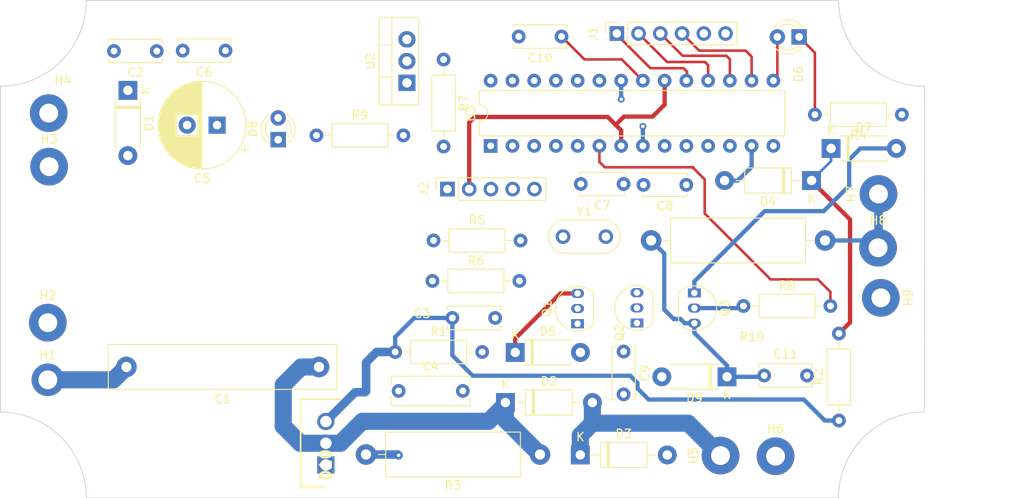
<source format=kicad_pcb>
(kicad_pcb (version 20211014) (generator pcbnew)
  (layers (0 "F.Cu" signal) (1 "In1.Cu" power) (2 "In2.Cu" power) (31 "B.Cu" signal) (34 "B.Paste" user) (35 "F.Paste" user) (36 "B.SilkS" user "B.Silkscreen") (37 "F.SilkS" user "F.Silkscreen") (38 "B.Mask" user) (39 "F.Mask" user) (44 "Edge.Cuts" user))
  (net 0 "")
  (net 1 "Net-(C1-Pad1)")
  (net 2 "Net-(C1-Pad2)")
  (net 3 "Net-(C2-Pad1)")
  (net 4 "Net-(C4-Pad1)")
  (net 5 "+5 Volt")
  (net 6 "Net-(C7-Pad2)")
  (net 7 "Net-(C8-Pad1)")
  (net 8 "Net-(C9-Pad1)")
  (net 9 "Net-(C10-Pad1)")
  (net 10 "Net-(C11-Pad1)")
  (net 11 "+12v")
  (net 12 "Souce_coil")
  (net 13 "SCR_gate")
  (net 14 "Net-(D4-Pad2)")
  (net 15 "Pickup_circuit")
  (net 16 "Net-(D6-Pad1)")
  (net 17 "Net-(D6-Pad2)")
  (net 18 "Net-(D7-Pad2)")
  (net 19 "Net-(D8-Pad1)")
  (net 20 "Net-(D9-Pad2)")
  (net 21 "Net-(H7-Pad1)")
  (net 22 "/SCK")
  (net 23 "/Miso")
  (net 24 "/Mosi")
  (net 25 "/Reset")
  (net 26 "/RX")
  (net 27 "/TX")
  (net 28 "Net-(Q3-Pad2)")
  (net 29 "Low speed trigger inhibit")
  (net 39 "Net-(J1-Pad4)")
  (net 40 "Net-(J1-Pad6)")
  (net 41 "GND")
  (net 42 "Net-(C3-Pad1)")
  (footprint "Capacitor_THT:C_Disc_D6.0mm_W2.5mm_P5.00mm" (layer "F.Cu") (at 150.7 121.75)
    (fp_text reference "C3" (at -3.525 -0.5) (layer "F.SilkS"))
    (fp_text value "100n")
    (pad "1" thru_hole circle (at 0 0) (size 1.6 1.6) (drill 0.8) (layers *.Cu *.Mask) (net 42 "Net-(C3-Pad1)"))
    (pad "2" thru_hole circle (at 5 0) (size 1.6 1.6) (drill 0.8) (layers *.Cu *.Mask) (net 41 "GND"))
  )
  (footprint "MountingHole:MountingHole_2.2mm_M2_Pad_TopBottom" (layer "F.Cu") (at 103.55 97.825)
    (fp_text reference "H4" (at 1.65 -3.8) (layer "F.SilkS"))
    (fp_text value "GND")
    (pad "1" connect circle (at 0 0) (size 4.4 4.4) (layers "F.Cu" "F.Mask") (net 41 "GND"))
    (pad "1" connect circle (at 0 0) (size 4.4 4.4) (layers "B.Cu" "B.Mask") (net 41 "GND"))
    (pad "1" thru_hole circle (at 0 0) (size 2.6 2.6) (drill 2.2) (layers *.Cu *.Mask) (net 41 "GND"))
  )
  (footprint "Package_TO_SOT_THT:TO-92_Inline" (layer "F.Cu") (at 165.325 121.925 90)
    (fp_text reference "Q1" (at 1.27 -3.56 90) (layer "F.SilkS"))
    (fp_text value "2N2222")
    (pad "1" thru_hole rect (at -0.5 0 90) (size 1.05 1.5) (drill 0.75) (layers *.Cu *.Mask) (net 41 "GND"))
    (pad "2" thru_hole oval (at 1.27 0 90) (size 1.05 1.5) (drill 0.75) (layers *.Cu *.Mask) (net 8 "Net-(C9-Pad1)"))
    (pad "3" thru_hole oval (at 3.04 0 90) (size 1.05 1.5) (drill 0.75) (layers *.Cu *.Mask) (net 15 "Pickup_circuit"))
  )
  (footprint "MountingHole:MountingHole_2.2mm_M2_ISO14580_Pad_TopBottom" (layer "F.Cu") (at 103.45 128.975)
    (fp_text reference "H1" (at 0 -2.9) (layer "F.SilkS"))
    (fp_text value "Coil + _Pad")
    (pad "1" connect circle (at 0 0) (size 3.8 3.8) (layers "F.Cu" "F.Mask") (net 2 "Net-(C1-Pad2)"))
    (pad "1" thru_hole circle (at 0 0) (size 2.6 2.6) (drill 2.2) (layers *.Cu *.Mask) (net 2 "Net-(C1-Pad2)"))
    (pad "1" connect circle (at 0 0) (size 3.8 3.8) (layers "B.Cu" "B.Mask") (net 2 "Net-(C1-Pad2)"))
  )
  (footprint "Diode_THT:D_DO-41_SOD81_P10.16mm_Horizontal" (layer "F.Cu") (at 156.895 131.625)
    (fp_text reference "D2" (at 5.08 -2.47) (layer "F.SilkS"))
    (fp_text value "1N4004")
    (fp_text user "K" (at 0 -2.1) (layer "F.SilkS"))
    (pad "1" thru_hole rect (at 0 0) (size 2.2 2.2) (drill 1.1) (layers *.Cu *.Mask) (net 1 "Net-(C1-Pad1)"))
    (pad "2" thru_hole oval (at 10.16 0) (size 2.2 2.2) (drill 1.1) (layers *.Cu *.Mask) (net 12 "Souce_coil"))
  )
  (footprint "Capacitor_THT:C_Disc_D6.0mm_W2.5mm_P5.00mm" (layer "F.Cu") (at 116.175 90.575 180)
    (fp_text reference "C2" (at 2.5 -2.5) (layer "F.SilkS"))
    (fp_text value "100n")
    (pad "1" thru_hole circle (at 0 0 180) (size 1.6 1.6) (drill 0.8) (layers *.Cu *.Mask) (net 3 "Net-(C2-Pad1)"))
    (pad "2" thru_hole circle (at 5 0 180) (size 1.6 1.6) (drill 0.8) (layers *.Cu *.Mask) (net 41 "GND"))
  )
  (footprint "Diode_THT:D_DO-41_SOD81_P10.16mm_Horizontal" (layer "F.Cu") (at 192.655 105.7 180)
    (fp_text reference "D4" (at 5.08 -2.47) (layer "F.SilkS"))
    (fp_text value "IN4004")
    (fp_text user "K" (at 0 -2.1) (layer "F.SilkS"))
    (pad "1" thru_hole rect (at 0 0 180) (size 2.2 2.2) (drill 1.1) (layers *.Cu *.Mask) (net 13 "SCR_gate"))
    (pad "2" thru_hole oval (at 10.16 0 180) (size 2.2 2.2) (drill 1.1) (layers *.Cu *.Mask) (net 14 "Net-(D4-Pad2)"))
  )
  (footprint "BT151-800R,127:TO254P470X1000X2000-3P" (layer "F.Cu") (at 135.925 138.925 90)
    (fp_text reference "D10" (at 0 0 90) (layer "F.SilkS") (effects (font (size 1.27 1.27) (thickness 0.254))))
    (fp_text value "BT151-800R,127" hide)
    (pad "1" thru_hole rect locked (at 0 0 90) (size 2.01 2.01) (drill 1.34) (layers *.Cu *.Mask) (net 41 "GND"))
    (pad "2" thru_hole circle locked (at 2.54 0 90) (size 2.01 2.01) (drill 1.34) (layers *.Cu *.Mask) (net 1 "Net-(C1-Pad1)"))
    (pad "3" thru_hole circle locked (at 5.08 0 90) (size 2.01 2.01) (drill 1.34) (layers *.Cu *.Mask) (net 42 "Net-(C3-Pad1)"))
  )
  (footprint "MountingHole:MountingHole_2.2mm_M2_Pad_TopBottom" (layer "F.Cu") (at 200.425 113.55)
    (fp_text reference "H8" (at 0 -3.2) (layer "F.SilkS"))
    (fp_text value "Pickup Coil +")
    (pad "1" connect circle (at 0 0) (size 4.4 4.4) (layers "B.Cu" "B.Mask") (net 21 "Net-(H7-Pad1)"))
    (pad "1" connect circle (at 0 0) (size 4.4 4.4) (layers "F.Cu" "F.Mask") (net 21 "Net-(H7-Pad1)"))
    (pad "1" thru_hole circle (at 0 0) (size 2.6 2.6) (drill 2.2) (layers *.Cu *.Mask) (net 21 "Net-(H7-Pad1)"))
  )
  (footprint "Capacitor_THT:CP_Radial_D10.0mm_P3.50mm" (layer "F.Cu") (at 123.217677 99.225 180)
    (fp_text reference "C5" (at 1.75 -6.25 180) (layer "F.SilkS"))
    (fp_text value "220uF")
    (pad "1" thru_hole rect (at 0 0 180) (size 2 2) (drill 1) (layers *.Cu *.Mask) (net 5 "+5 Volt"))
    (pad "2" thru_hole circle (at 3.5 0 180) (size 2 2) (drill 1) (layers *.Cu *.Mask) (net 41 "GND"))
  )
  (footprint "Capacitor_THT:C_Disc_D5.0mm_W2.5mm_P5.00mm" (layer "F.Cu") (at 178.025 106.2 180)
    (fp_text reference "C8" (at 2.5 -2.5) (layer "F.SilkS"))
    (fp_text value "22pF")
    (pad "1" thru_hole circle (at 0 0 180) (size 1.6 1.6) (drill 0.8) (layers *.Cu *.Mask) (net 7 "Net-(C8-Pad1)"))
    (pad "2" thru_hole circle (at 5 0 180) (size 1.6 1.6) (drill 0.8) (layers *.Cu *.Mask) (net 41 "GND"))
  )
  (footprint "Diode_THT:D_DO-41_SOD81_P7.62mm_Horizontal" (layer "F.Cu") (at 194.94 101.95)
    (fp_text reference "D7" (at 3.81 -2.47) (layer "F.SilkS"))
    (fp_text value "IN4004")
    (fp_text user "K" (at 0 -2.1) (layer "F.SilkS"))
    (pad "1" thru_hole rect (at 0 0) (size 2.2 2.2) (drill 1.1) (layers *.Cu *.Mask) (net 13 "SCR_gate"))
    (pad "2" thru_hole oval (at 7.62 0) (size 2.2 2.2) (drill 1.1) (layers *.Cu *.Mask) (net 18 "Net-(D7-Pad2)"))
  )
  (footprint "Capacitor_THT:C_Disc_D6.0mm_W2.5mm_P5.00mm" (layer "F.Cu") (at 124.2 90.525 180)
    (fp_text reference "C6" (at 2.5 -2.5 180) (layer "F.SilkS"))
    (fp_text value "100n")
    (pad "1" thru_hole circle (at 0 0 180) (size 1.6 1.6) (drill 0.8) (layers *.Cu *.Mask) (net 5 "+5 Volt"))
    (pad "2" thru_hole circle (at 5 0 180) (size 1.6 1.6) (drill 0.8) (layers *.Cu *.Mask) (net 41 "GND"))
  )
  (footprint "MountingHole:MountingHole_2.2mm_M2_Pad_TopBottom" (layer "F.Cu") (at 188.45 137.9)
    (fp_text reference "H6" (at 0 -3.2) (layer "F.SilkS"))
    (fp_text value "Source Coil -")
    (pad "1" connect circle (at 0 0) (size 4.4 4.4) (layers "B.Cu" "B.Mask") (net 41 "GND"))
    (pad "1" thru_hole circle (at 0 0) (size 2.6 2.6) (drill 2.2) (layers *.Cu *.Mask) (net 41 "GND"))
    (pad "1" connect circle (at 0 0) (size 4.4 4.4) (layers "F.Cu" "F.Mask") (net 41 "GND"))
  )
  (footprint "Connector_PinSocket_2.54mm:PinSocket_1x06_P2.54mm_Vertical" (layer "F.Cu") (at 169.91 88.525 90)
    (fp_text reference "J1" (at 0 -2.77 90) (layer "F.SilkS"))
    (fp_text value "Conn_01x06_Female")
    (pad "1" thru_hole rect (at 0 0 90) (size 1.7 1.7) (drill 1) (layers *.Cu *.Mask) (net 22 "/SCK"))
    (pad "2" thru_hole oval (at 0 2.54 90) (size 1.7 1.7) (drill 1) (layers *.Cu *.Mask) (net 23 "/Miso"))
    (pad "3" thru_hole oval (at 0 5.08 90) (size 1.7 1.7) (drill 1) (layers *.Cu *.Mask) (net 24 "/Mosi"))
    (pad "4" thru_hole oval (at 0 7.62 90) (size 1.7 1.7) (drill 1) (layers *.Cu *.Mask) (net 39 "Net-(J1-Pad4)"))
    (pad "5" thru_hole oval (at 0 10.16 90) (size 1.7 1.7) (drill 1) (layers *.Cu *.Mask) (net 25 "/Reset"))
    (pad "6" thru_hole oval (at 0 12.7 90) (size 1.7 1.7) (drill 1) (layers *.Cu *.Mask) (net 40 "Net-(J1-Pad6)"))
  )
  (footprint "Package_DIP:DIP-28_W7.62mm" (layer "F.Cu") (at 155.175 101.65 90)
    (fp_text reference "U3" (at 3.81 -2.33 90) (layer "F.SilkS"))
    (fp_text value "ATmega328P-P")
    (pad "1" thru_hole rect (at 0 0 90) (size 1.6 1.6) (drill 0.8) (layers *.Cu *.Mask) (net 25 "/Reset"))
    (pad "2" thru_hole oval (at 0 2.54 90) (size 1.6 1.6) (drill 0.8) (layers *.Cu *.Mask) (net 26 "/RX"))
    (pad "3" thru_hole oval (at 0 5.08 90) (size 1.6 1.6) (drill 0.8) (layers *.Cu *.Mask) (net 27 "/TX"))
    (pad "4" thru_hole oval (at 0 7.62 90) (size 1.6 1.6) (drill 0.8) (layers *.Cu *.Mask) (net 15 "Pickup_circuit"))
    (pad "5" thru_hole oval (at 0 10.16 90) (size 1.6 1.6) (drill 0.8) (layers *.Cu *.Mask) (net 40 "Net-(J1-Pad6)"))
    (pad "6" thru_hole oval (at 0 12.7 90) (size 1.6 1.6) (drill 0.8) (layers *.Cu *.Mask) (net 29 "Low speed trigger inhibit"))
    (pad "7" thru_hole oval (at 0 15.24 90) (size 1.6 1.6) (drill 0.8) (layers *.Cu *.Mask) (net 5 "+5 Volt"))
    (pad "8" thru_hole oval (at 0 17.78 90) (size 1.6 1.6) (drill 0.8) (layers *.Cu *.Mask) (net 41 "GND"))
    (pad "9" thru_hole oval (at 0 20.32 90) (size 1.6 1.6) (drill 0.8) (layers *.Cu *.Mask) (net 6 "Net-(C7-Pad2)"))
    (pad "10" thru_hole oval (at 0 22.86 90) (size 1.6 1.6) (drill 0.8) (layers *.Cu *.Mask) (net 7 "Net-(C8-Pad1)"))
    (pad "11" thru_hole oval (at 0 25.4 90) (size 1.6 1.6) (drill 0.8) (layers *.Cu *.Mask))
    (pad "12" thru_hole oval (at 0 27.94 90) (size 1.6 1.6) (drill 0.8) (layers *.Cu *.Mask))
    (pad "13" thru_hole oval (at 0 30.48 90) (size 1.6 1.6) (drill 0.8) (layers *.Cu *.Mask) (net 14 "Net-(D4-Pad2)"))
    (pad "14" thru_hole oval (at 0 33.02 90) (size 1.6 1.6) (drill 0.8) (layers *.Cu *.Mask))
    (pad "15" thru_hole oval (at 7.62 33.02 90) (size 1.6 1.6) (drill 0.8) (layers *.Cu *.Mask) (net 17 "Net-(D6-Pad2)"))
    (pad "16" thru_hole oval (at 7.62 30.48 90) (size 1.6 1.6) (drill 0.8) (layers *.Cu *.Mask) (net 39 "Net-(J1-Pad4)"))
    (pad "17" thru_hole oval (at 7.62 27.94 90) (size 1.6 1.6) (drill 0.8) (layers *.Cu *.Mask) (net 24 "/Mosi"))
    (pad "18" thru_hole oval (at 7.62 25.4 90) (size 1.6 1.6) (drill 0.8) (layers *.Cu *.Mask) (net 23 "/Miso"))
    (pad "19" thru_hole oval (at 7.62 22.86 90) (size 1.6 1.6) (drill 0.8) (layers *.Cu *.Mask) (net 22 "/SCK"))
    (pad "20" thru_hole oval (at 7.62 20.32 90) (size 1.6 1.6) (drill 0.8) (layers *.Cu *.Mask) (net 5 "+5 Volt"))
    (pad "21" thru_hole oval (at 7.62 17.78 90) (size 1.6 1.6) (drill 0.8) (layers *.Cu *.Mask) (net 9 "Net-(C10-Pad1)"))
    (pad "22" thru_hole oval (at 7.62 15.24 90) (size 1.6 1.6) (drill 0.8) (layers *.Cu *.Mask) (net 41 "GND"))
    (pad "23" thru_hole oval (at 7.62 12.7 90) (size 1.6 1.6) (drill 0.8) (layers *.Cu *.Mask))
    (pad "24" thru_hole oval (at 7.62 10.16 90) (size 1.6 1.6) (drill 0.8) (layers *.Cu *.Mask))
    (pad "25" thru_hole oval (at 7.62 7.62 90) (size 1.6 1.6) (drill 0.8) (layers *.Cu *.Mask))
    (pad "26" thru_hole oval (at 7.62 5.08 90) (size 1.6 1.6) (drill 0.8) (layers *.Cu *.Mask))
    (pad "27" thru_hole oval (at 7.62 2.54 90) (size 1.6 1.6) (drill 0.8) (layers *.Cu *.Mask))
    (pad "28" thru_hole oval (at 7.62 0 90) (size 1.6 1.6) (drill 0.8) (layers *.Cu *.Mask))
  )
  (footprint "MountingHole:MountingHole_2.2mm_M2_Pad_TopBottom" (layer "F.Cu") (at 103.6 104.075)
    (fp_text reference "H3" (at 0 -3.2) (layer "F.SilkS"))
    (fp_text value "+12 v")
    (pad "1" thru_hole circle (at 0 0) (size 2.6 2.6) (drill 2.2) (layers *.Cu *.Mask) (net 11 "+12v"))
    (pad "1" connect circle (at 0 0) (size 4.4 4.4) (layers "F.Cu" "F.Mask") (net 11 "+12v"))
    (pad "1" connect circle (at 0 0) (size 4.4 4.4) (layers "B.Cu" "B.Mask") (net 11 "+12v"))
  )
  (footprint "Diode_THT:D_DO-41_SOD81_P7.62mm_Horizontal" (layer "F.Cu") (at 112.8 95.165 -90)
    (fp_text reference "D1" (at 3.81 -2.47 90) (layer "F.SilkS"))
    (fp_text value "IN4004")
    (fp_text user "K" (at 0 -2.1 90) (layer "F.SilkS"))
    (pad "1" thru_hole rect (at 0 0 270) (size 2.2 2.2) (drill 1.1) (layers *.Cu *.Mask) (net 3 "Net-(C2-Pad1)"))
    (pad "2" thru_hole oval (at 7.62 0 270) (size 2.2 2.2) (drill 1.1) (layers *.Cu *.Mask) (net 11 "+12v"))
  )
  (footprint "Package_TO_SOT_THT:TO-92_Inline" (layer "F.Cu") (at 178.965 119.33 -90)
    (fp_text reference "Q3" (at 1.27 -3.56 90) (layer "F.SilkS"))
    (fp_text value "BC327")
    (pad "1" thru_hole rect (at -0.5 0 270) (size 1.05 1.5) (drill 0.75) (layers *.Cu *.Mask) (net 18 "Net-(D7-Pad2)"))
    (pad "2" thru_hole oval (at 1.27 0 270) (size 1.05 1.5) (drill 0.75) (layers *.Cu *.Mask) (net 28 "Net-(Q3-Pad2)"))
    (pad "3" thru_hole oval (at 3.04 0 270) (size 1.05 1.5) (drill 0.75) (layers *.Cu *.Mask) (net 10 "Net-(C11-Pad1)"))
  )
  (footprint "Capacitor_THT:C_Disc_D6.0mm_W2.5mm_P5.00mm" (layer "F.Cu") (at 163.45 88.875 180)
    (fp_text reference "C10" (at 2.5 -2.5) (layer "F.SilkS"))
    (fp_text value "0.1uF")
    (pad "1" thru_hole circle (at 0 0 180) (size 1.6 1.6) (drill 0.8) (layers *.Cu *.Mask) (net 9 "Net-(C10-Pad1)"))
    (pad "2" thru_hole circle (at 5 0 180) (size 1.6 1.6) (drill 0.8) (layers *.Cu *.Mask) (net 41 "GND"))
  )
  (footprint "Connector_PinSocket_2.54mm:PinSocket_1x05_P2.54mm_Vertical" (layer "F.Cu") (at 150.125 106.7 90)
    (fp_text reference "J2" (at 0 -2.77 90) (layer "F.SilkS"))
    (fp_text value "Conn_01x05_Female")
    (pad "1" thru_hole rect (at 0 0 90) (size 1.7 1.7) (drill 1) (layers *.Cu *.Mask) (net 41 "GND"))
    (pad "2" thru_hole oval (at 0 2.54 90) (size 1.7 1.7) (drill 1) (layers *.Cu *.Mask) (net 5 "+5 Volt"))
    (pad "3" thru_hole oval (at 0 5.08 90) (size 1.7 1.7) (drill 1) (layers *.Cu *.Mask) (net 25 "/Reset"))
    (pad "4" thru_hole oval (at 0 7.62 90) (size 1.7 1.7) (drill 1) (layers *.Cu *.Mask) (net 26 "/RX"))
    (pad "5" thru_hole oval (at 0 10.16 90) (size 1.7 1.7) (drill 1) (layers *.Cu *.Mask) (net 27 "/TX"))
  )
  (footprint "MountingHole:MountingHole_2.2mm_M2_Pad_TopBottom" (layer "F.Cu") (at 200.475 107.275 90)
    (fp_text reference "H7" (at 0 -3.2 90) (layer "F.SilkS"))
    (fp_text value "Kill Switch")
    (pad "1" connect circle (at 0 0 90) (size 4.4 4.4) (layers "F.Cu" "F.Mask") (net 21 "Net-(H7-Pad1)"))
    (pad "1" connect circle (at 0 0 90) (size 4.4 4.4) (layers "B.Cu" "B.Mask") (net 21 "Net-(H7-Pad1)"))
    (pad "1" thru_hole circle (at 0 0 90) (size 2.6 2.6) (drill 2.2) (layers *.Cu *.Mask) (net 21 "Net-(H7-Pad1)"))
  )
  (footprint "Resistor_THT:R_Axial_DIN0207_L6.3mm_D2.5mm_P10.16mm_Horizontal" (layer "F.Cu") (at 203.205 98 180)
    (fp_text reference "R4" (at 5.08 -2.37) (layer "F.SilkS"))
    (fp_text value "330")
    (pad "1" thru_hole circle (at 0 0 180) (size 1.6 1.6) (drill 0.8) (layers *.Cu *.Mask) (net 41 "GND"))
    (pad "2" thru_hole oval (at 10.16 0 180) (size 1.6 1.6) (drill 0.8) (layers *.Cu *.Mask) (net 16 "Net-(D6-Pad1)"))
  )
  (footprint "Diode_THT:D_DO-41_SOD81_P7.62mm_Horizontal" (layer "F.Cu") (at 182.785 128.625 180)
    (fp_text reference "D9" (at 3.81 -2.47) (layer "F.SilkS"))
    (fp_text value "IN4004")
    (fp_text user "K" (at 0 -2.1) (layer "F.SilkS"))
    (pad "1" thru_hole rect (at 0 0 180) (size 2.2 2.2) (drill 1.1) (layers *.Cu *.Mask) (net 10 "Net-(C11-Pad1)"))
    (pad "2" thru_hole oval (at 7.62 0 180) (size 2.2 2.2) (drill 1.1) (layers *.Cu *.Mask) (net 20 "Net-(D9-Pad2)"))
  )
  (footprint "Resistor_THT:R_Axial_DIN0207_L6.3mm_D2.5mm_P10.16mm_Horizontal" (layer "F.Cu") (at 195.85 133.73 90)
    (fp_text reference "R2" (at 5.08 -2.37 90) (layer "F.SilkS"))
    (fp_text value "120")
    (pad "1" thru_hole circle (at 0 0 90) (size 1.6 1.6) (drill 0.8) (layers *.Cu *.Mask) (net 42 "Net-(C3-Pad1)"))
    (pad "2" thru_hole oval (at 10.16 0 90) (size 1.6 1.6) (drill 0.8) (layers *.Cu *.Mask) (net 13 "SCR_gate"))
  )
  (footprint "MountingHole:MountingHole_2.2mm_M2_Pad_TopBottom" (layer "F.Cu") (at 200.75 119.4 -90)
    (fp_text reference "H9" (at 0 -3.2 90) (layer "F.SilkS"))
    (fp_text value "Pickup Coil -")
    (pad "1" connect circle (at 0 0 270) (size 4.4 4.4) (layers "F.Cu" "F.Mask") (net 41 "GND"))
    (pad "1" thru_hole circle (at 0 0 270) (size 2.6 2.6) (drill 2.2) (layers *.Cu *.Mask) (net 41 "GND"))
    (pad "1" connect circle (at 0 0 270) (size 4.4 4.4) (layers "B.Cu" "B.Mask") (net 41 "GND"))
  )
  (footprint "Package_TO_SOT_THT:TO-220-3_Vertical" (layer "F.Cu") (at 145.395 94.29 90)
    (fp_text reference "U2" (at 2.54 -4.27 90) (layer "F.SilkS"))
    (fp_text value "LM7805_TO220")
    (pad "1" thru_hole rect (at 0 0 90) (size 1.905 2) (drill 1.1) (layers *.Cu *.Mask) (net 3 "Net-(C2-Pad1)"))
    (pad "2" thru_hole oval (at 2.54 0 90) (size 1.905 2) (drill 1.1) (layers *.Cu *.Mask) (net 41 "GND"))
    (pad "3" thru_hole oval (at 5.08 0 90) (size 1.905 2) (drill 1.1) (layers *.Cu *.Mask) (net 5 "+5 Volt"))
  )
  (footprint "Resistor_THT:R_Axial_DIN0207_L6.3mm_D2.5mm_P10.16mm_Horizontal" (layer "F.Cu") (at 144.02 125.725)
    (fp_text reference "R1" (at 5.08 -2.37) (layer "F.SilkS"))
    (fp_text value "1k")
    (pad "1" thru_hole circle (at 0 0) (size 1.6 1.6) (drill 0.8) (layers *.Cu *.Mask) (net 42 "Net-(C3-Pad1)"))
    (pad "2" thru_hole oval (at 10.16 0) (size 1.6 1.6) (drill 0.8) (layers *.Cu *.Mask) (net 41 "GND"))
  )
  (footprint "Capacitor_THT:C_Disc_D6.0mm_W2.5mm_P5.00mm" (layer "F.Cu") (at 187.125 128.475)
    (fp_text reference "C11" (at 2.5 -2.5) (layer "F.SilkS"))
    (fp_text value "100n")
    (pad "1" thru_hole circle (at 0 0) (size 1.6 1.6) (drill 0.8) (layers *.Cu *.Mask) (net 10 "Net-(C11-Pad1)"))
    (pad "2" thru_hole circle (at 5 0) (size 1.6 1.6) (drill 0.8) (layers *.Cu *.Mask) (net 41 "GND"))
  )
  (footprint "Resistor_THT:R_Axial_DIN0207_L6.3mm_D2.5mm_P10.16mm_Horizontal" (layer "F.Cu") (at 148.37 117.425)
    (fp_text reference "R6" (at 5.08 -2.37) (layer "F.SilkS"))
    (fp_text value "10k")
    (pad "1" thru_hole circle (at 0 0) (size 1.6 1.6) (drill 0.8) (layers *.Cu *.Mask) (net 5 "+5 Volt"))
    (pad "2" thru_hole oval (at 10.16 0) (size 1.6 1.6) (drill 0.8) (layers *.Cu *.Mask) (net 8 "Net-(C9-Pad1)"))
  )
  (footprint "Capacitor_THT:C_Disc_D6.0mm_W2.5mm_P5.00mm" (layer "F.Cu") (at 170.7 125.675 -90)
    (fp_text reference "C9" (at 2.5 -2.5 90) (layer "F.SilkS"))
    (fp_text value "10n")
    (pad "1" thru_hole circle (at 0 0 270) (size 1.6 1.6) (drill 0.8) (layers *.Cu *.Mask) (net 8 "Net-(C9-Pad1)"))
    (pad "2" thru_hole circle (at 5 0 270) (size 1.6 1.6) (drill 0.8) (layers *.Cu *.Mask) (net 41 "GND"))
  )
  (footprint "Capacitor_THT:C_Rect_L9.0mm_W3.2mm_P7.50mm_MKT" (layer "F.Cu") (at 144.425 130.275)
    (fp_text reference "C4" (at 3.75 -2.85) (layer "F.SilkS"))
    (fp_text value "33n/200v")
    (pad "1" thru_hole circle (at 0 0) (size 1.6 1.6) (drill 0.8) (layers *.Cu *.Mask) (net 4 "Net-(C4-Pad1)"))
    (pad "2" thru_hole circle (at 7.5 0) (size 1.6 1.6) (drill 0.8) (layers *.Cu *.Mask) (net 41 "GND"))
  )
  (footprint "Crystal:Resonator-2Pin_W8.0mm_H3.5mm" (layer "F.Cu") (at 163.625 112.25)
    (fp_text reference "Y1" (at 2.5 -2.95) (layer "F.SilkS"))
    (fp_text value "HC49S-16-30-50-70-30-ATF")
    (pad "1" thru_hole circle (at 0 0) (size 1.7 1.7) (drill 1) (layers *.Cu *.Mask) (net 6 "Net-(C7-Pad2)"))
    (pad "2" thru_hole circle (at 5 0) (size 1.7 1.7) (drill 1) (layers *.Cu *.Mask) (net 7 "Net-(C8-Pad1)"))
  )
  (footprint "Diode_THT:D_DO-41_SOD81_P7.62mm_Horizontal" (layer "F.Cu") (at 158.04 125.775)
    (fp_text reference "D5" (at 3.81 -2.47) (layer "F.SilkS"))
    (fp_text value "Zenner 3.6V")
    (fp_text user "K" (at 0 -2.1) (layer "F.SilkS"))
    (pad "1" thru_hole rect (at 0 0) (size 2.2 2.2) (drill 1.1) (layers *.Cu *.Mask) (net 15 "Pickup_circuit"))
    (pad "2" thru_hole oval (at 7.62 0) (size 2.2 2.2) (drill 1.1) (layers *.Cu *.Mask) (net 41 "GND"))
  )
  (footprint "Resistor_THT:R_Axial_DIN0516_L15.5mm_D5.0mm_P20.32mm_Horizontal" (layer "F.Cu") (at 160.935 137.7 180)
    (fp_text reference "R3" (at 10.16 -3.62) (layer "F.SilkS"))
    (fp_text value "27 1 watt")
    (pad "1" thru_hole circle (at 0 0 180) (size 2.4 2.4) (drill 1.2) (layers *.Cu *.Mask) (net 1 "Net-(C1-Pad1)"))
    (pad "2" thru_hole oval (at 20.32 0 180) (size 2.4 2.4) (drill 1.2) (layers *.Cu *.Mask) (net 4 "Net-(C4-Pad1)"))
  )
  (footprint "Resistor_THT:R_Axial_DIN0516_L15.5mm_D5.0mm_P20.32mm_Horizontal" (layer "F.Cu") (at 194.235 112.7 180)
    (fp_text reference "R10" (at 8.535 -11.27) (layer "F.SilkS"))
    (fp_text value "560 2 watt")
    (pad "1" thru_hole circle (at 0 0 180) (size 2.4 2.4) (drill 1.2) (layers *.Cu *.Mask) (net 21 "Net-(H7-Pad1)"))
    (pad "2" thru_hole oval (at 20.32 0 180) (size 2.4 2.4) (drill 1.2) (layers *.Cu *.Mask) (net 10 "Net-(C11-Pad1)"))
  )
  (footprint "MountingHole:MountingHole_2.2mm_M2_Pad_TopBottom" (layer "F.Cu") (at 182.025 137.825 90)
    (fp_text reference "H5" (at 0 -3.2 90) (layer "F.SilkS"))
    (fp_text value "Source Coil +")
    (pad "1" thru_hole circle (at 0 0 90) (size 2.6 2.6) (drill 2.2) (layers *.Cu *.Mask) (net 12 "Souce_coil"))
    (pad "1" connect circle (at 0 0 90) (size 4.4 4.4) (layers "F.Cu" "F.Mask") (net 12 "Souce_coil"))
    (pad "1" connect circle (at 0 0 90) (size 4.4 4.4) (layers "B.Cu" "B.Mask") (net 12 "Souce_coil"))
  )
  (footprint "Package_TO_SOT_THT:TO-92_Inline" (layer "F.Cu") (at 172.26 121.845 90)
    (fp_text reference "Q2" (at -1.61 -2.02 90) (layer "F.SilkS"))
    (fp_text value "2N2222")
    (pad "1" thru_hole rect (at -0.5 0 90) (size 1.05 1.5) (drill 0.75) (layers *.Cu *.Mask) (net 20 "Net-(D9-Pad2)"))
    (pad "2" thru_hole oval (at 1.27 0 90) (size 1.05 1.5) (drill 0.75) (layers *.Cu *.Mask) (net 41 "GND"))
    (pad "3" thru_hole oval (at 3.05 0 90) (size 1.05 1.5) (drill 0.75) (layers *.Cu *.Mask) (net 8 "Net-(C9-Pad1)"))
  )
  (footprint "Diode_THT:D_DO-41_SOD81_P10.16mm_Horizontal" (layer "F.Cu") (at 165.645 137.75)
    (fp_text reference "D3" (at 5.08 -2.47) (layer "F.SilkS"))
    (fp_text value "1N4004")
    (fp_text user "K" (at 0 -2.1) (layer "F.SilkS"))
    (pad "1" thru_hole rect (at 0 0) (size 2.2 2.2) (drill 1.1) (layers *.Cu *.Mask) (net 12 "Souce_coil"))
    (pad "2" thru_hole oval (at 10.16 0) (size 2.2 2.2) (drill 1.1) (layers *.Cu *.Mask) (net 41 "GND"))
  )
  (footprint "Resistor_THT:R_Axial_DIN0207_L6.3mm_D2.5mm_P10.16mm_Horizontal" (layer "F.Cu") (at 134.82 100.425)
    (fp_text reference "R9" (at 5.08 -2.37) (layer "F.SilkS"))
    (fp_text value "330")
    (pad "1" thru_hole circle (at 0 0) (size 1.6 1.6) (drill 0.8) (layers *.Cu *.Mask) (net 19 "Net-(D8-Pad1)"))
    (pad "2" thru_hole oval (at 10.16 0) (size 1.6 1.6) (drill 0.8) (layers *.Cu *.Mask) (net 41 "GND"))
  )
  (footprint "Resistor_THT:R_Axial_DIN0207_L6.3mm_D2.5mm_P10.16mm_Horizontal" (layer "F.Cu") (at 148.5 112.7)
    (fp_text reference "R5" (at 5.08 -2.37) (layer "F.SilkS"))
    (fp_text value "10k")
    (pad "1" thru_hole circle (at 0 0) (size 1.6 1.6) (drill 0.8) (layers *.Cu *.Mask) (net 5 "+5 Volt"))
    (pad "2" thru_hole oval (at 10.16 0) (size 1.6 1.6) (drill 0.8) (layers *.Cu *.Mask) (net 15 "Pickup_circuit"))
  )
  (footprint "MountingHole:MountingHole_2.2mm_M2_Pad_TopBottom" (layer "F.Cu") (at 103.45 122.3)
    (fp_text reference "H2" (at 0 -3.2) (layer "F.SilkS"))
    (fp_text value "Coil Ground")
    (pad "1" connect circle (at 0 0) (size 4.4 4.4) (layers "B.Cu" "B.Mask") (net 41 "GND"))
    (pad "1" connect circle (at 0 0) (size 4.4 4.4) (layers "F.Cu" "F.Mask") (net 41 "GND"))
    (pad "1" thru_hole circle (at 0 0) (size 2.6 2.6) (drill 2.2) (layers *.Cu *.Mask) (net 41 "GND"))
  )
  (footprint "Resistor_THT:R_Axial_DIN0207_L6.3mm_D2.5mm_P10.16mm_Horizontal" (layer "F.Cu") (at 149.675 91.57 -90)
    (fp_text reference "R7" (at 5.08 -2.37 90) (layer "F.SilkS"))
    (fp_text value "10K")
    (pad "1" thru_hole circle (at 0 0 270) (size 1.6 1.6) (drill 0.8) (layers *.Cu *.Mask) (net 5 "+5 Volt"))
    (pad "2" thru_hole oval (at 10.16 0 270) (size 1.6 1.6) (drill 0.8) (layers *.Cu *.Mask) (net 25 "/Reset"))
  )
  (footprint "LED_THT:LED_D3.0mm" (layer "F.Cu") (at 191.2 88.925 180)
    (fp_text reference "D6" (at 0.07 -4.34 90) (layer "F.SilkS"))
    (fp_text value "LED")
    (pad "1" thru_hole rect (at 0 0 180) (size 1.8 1.8) (drill 0.9) (layers *.Cu *.Mask) (net 16 "Net-(D6-Pad1)"))
    (pad "2" thru_hole circle (at 2.54 0 180) (size 1.8 1.8) (drill 0.9) (layers *.Cu *.Mask) (net 17 "Net-(D6-Pad2)"))
  )
  (footprint "Resistor_THT:R_Axial_DIN0207_L6.3mm_D2.5mm_P10.16mm_Horizontal" (layer "F.Cu") (at 184.7 120.35)
    (fp_text reference "R8" (at 5.08 -2.37) (layer "F.SilkS"))
    (fp_text value "10k")
    (pad "1" thru_hole circle (at 0 0) (size 1.6 1.6) (drill 0.8) (layers *.Cu *.Mask) (net 28 "Net-(Q3-Pad2)"))
    (pad "2" thru_hole oval (at 10.16 0) (size 1.6 1.6) (drill 0.8) (layers *.Cu *.Mask) (net 29 "Low speed trigger inhibit"))
  )
  (footprint "Capacitor_THT:C_Rect_L26.5mm_W5.0mm_P22.50mm_MKS4" (layer "F.Cu") (at 135.125 127.475 180)
    (fp_text reference "C1" (at 11.25 -3.75) (layer "F.SilkS"))
    (fp_text value "1.5u/400v")
    (pad "1" thru_hole circle (at 0 0 180) (size 2.4 2.4) (drill 1.2) (layers *.Cu *.Mask) (net 1 "Net-(C1-Pad1)"))
    (pad "2" thru_hole circle (at 22.5 0 180) (size 2.4 2.4) (drill 1.2) (layers *.Cu *.Mask) (net 2 "Net-(C1-Pad2)"))
  )
  (footprint "LED_THT:LED_D3.0mm" (layer "F.Cu") (at 130.35 100.925 90)
    (fp_text reference "D8" (at 1.27 -2.96 90) (layer "F.SilkS"))
    (fp_text value "LED")
    (pad "1" thru_hole rect (at 0 0 90) (size 1.8 1.8) (drill 0.9) (layers *.Cu *.Mask) (net 19 "Net-(D8-Pad1)"))
    (pad "2" thru_hole circle (at 2.54 0 90) (size 1.8 1.8) (drill 0.9) (layers *.Cu *.Mask) (net 5 "+5 Volt"))
  )
  (footprint "Capacitor_THT:C_Disc_D5.0mm_W2.5mm_P5.00mm" (layer "F.Cu") (at 170.7 106.1 180)
    (fp_text reference "C7" (at 2.5 -2.5) (layer "F.SilkS"))
    (fp_text value "22pF")
    (pad "1" thru_hole circle (at 0 0 180) (size 1.6 1.6) (drill 0.8) (layers *.Cu *.Mask) (net 41 "GND"))
    (pad "2" thru_hole circle (at 5 0 180) (size 1.6 1.6) (drill 0.8) (layers *.Cu *.Mask) (net 6 "Net-(C7-Pad2)"))
  )
  (gr_arc (start 205.836255 94.686255) (mid 198.74751 91.75) (end 195.811255 84.661255) (layer "Edge.Cuts") (width 0.1))
  (gr_line (start 205.836255 94.686255) (end 205.825 132.75) (layer "Edge.Cuts") (width 0.1))
  (gr_arc (start 195.8 142.775) (mid 198.736255 135.686255) (end 205.825 132.75) (layer "Edge.Cuts") (width 0.1))
  (gr_line (start 195.8 142.775) (end 107.936255 142.775) (layer "Edge.Cuts") (width 0.1))
  (gr_arc (start 107.936255 84.661255) (mid 105 91.75) (end 97.911255 94.686255) (layer "Edge.Cuts") (width 0.1))
  (gr_line (start 97.911255 132.75) (end 97.911255 94.686255) (layer "Edge.Cuts") (width 0.1))
  (gr_line (start 107.936255 84.661255) (end 195.811255 84.661255) (layer "Edge.Cuts") (width 0.1))
  (gr_arc (start 97.911255 132.75) (mid 105 135.686255) (end 107.936255 142.775) (layer "Edge.Cuts") (width 0.1))
  (segment (start 156.895 131.625) (end 156.895 133.66) (width 2) (layer "B.Cu") (net 1))
  (segment (start 130.95 129.575) (end 133.05 127.475) (width 2) (layer "B.Cu") (net 1))
  (segment (start 140.175 133.825) (end 154.925 133.825) (width 2) (layer "B.Cu") (net 1))
  (segment (start 156.895 131.855) (end 156.895 131.625) (width 1) (layer "B.Cu") (net 1))
  (segment (start 130.95 134.4) (end 130.95 129.575) (width 2) (layer "B.Cu") (net 1))
  (segment (start 135.925 136.385) (end 137.615 136.385) (width 2) (layer "B.Cu") (net 1))
  (segment (start 135.925 136.385) (end 132.935 136.385) (width 2) (layer "B.Cu") (net 1))
  (segment (start 137.615 136.385) (end 140.175 133.825) (width 2) (layer "B.Cu") (net 1))
  (segment (start 133.05 127.475) (end 135.125 127.475) (width 2) (layer "B.Cu") (net 1))
  (segment (start 156.895 133.66) (end 160.935 137.7) (width 2) (layer "B.Cu") (net 1))
  (segment (start 154.925 133.825) (end 156.895 131.855) (width 2) (layer "B.Cu") (net 1))
  (segment (start 132.935 136.385) (end 130.95 134.4) (width 2) (layer "B.Cu") (net 1))
  (segment (start 103.45 128.975) (end 111.125 128.975) (width 2) (layer "B.Cu") (net 2))
  (segment (start 111.125 128.975) (end 112.625 127.475) (width 2) (layer "B.Cu") (net 2))
  (via (at 144.425 137.8) (size 0.8) (drill 0.4) (layers "F.Cu" "B.Cu") (net 4))
  (segment (start 144.325 137.7) (end 144.425 137.8) (width 1) (layer "B.Cu") (net 4))
  (segment (start 140.615 137.7) (end 144.325 137.7) (width 1) (layer "B.Cu") (net 4))
  (segment (start 169.775 99.2) (end 170.744511 98.230489) (width 0.5) (layer "F.Cu") (net 5))
  (segment (start 170.415 99.84) (end 170.415 101.65) (width 0.5) (layer "F.Cu") (net 5))
  (segment (start 168.85 98.275) (end 169.775 99.2) (width 0.5) (layer "F.Cu") (net 5))
  (segment (start 169.775 99.2) (end 170.415 99.84) (width 0.5) (layer "F.Cu") (net 5))
  (segment (start 152.665 98.91) (end 153.3 98.275) (width 0.5) (layer "F.Cu") (net 5))
  (segment (start 175.495 96.83) (end 175.495 94.03) (width 0.5) (layer "F.Cu") (net 5))
  (segment (start 174.094511 98.230489) (end 175.495 96.83) (width 0.5) (layer "F.Cu") (net 5))
  (segment (start 152.665 106.7) (end 152.665 98.91) (width 0.5) (layer "F.Cu") (net 5))
  (segment (start 153.3 98.275) (end 168.85 98.275) (width 0.5) (layer "F.Cu") (net 5))
  (segment (start 170.744511 98.230489) (end 174.094511 98.230489) (width 0.5) (layer "F.Cu") (net 5))
  (segment (start 170.475 91.55) (end 172.955 94.03) (width 0.3) (layer "F.Cu") (net 9))
  (segment (start 163.45 88.875) (end 166.125 91.55) (width 0.3) (layer "F.Cu") (net 9))
  (segment (start 166.125 91.55) (end 170.475 91.55) (width 0.3) (layer "F.Cu") (net 9))
  (segment (start 175.45 114.235) (end 175.45 120.775) (width 0.5) (layer "B.Cu") (net 10))
  (segment (start 176.545 121.87) (end 177.345 121.87) (width 0.5) (layer "B.Cu") (net 10))
  (segment (start 177.345 121.87) (end 177.845 122.37) (width 0.5) (layer "B.Cu") (net 10))
  (segment (start 175.45 120.775) (end 176.545 121.87) (width 0.5) (layer "B.Cu") (net 10))
  (segment (start 182.785 127.31) (end 182.785 128.625) (width 0.5) (layer "B.Cu") (net 10))
  (segment (start 178.965 122.37) (end 178.965 123.49) (width 0.5) (layer "B.Cu") (net 10))
  (segment (start 186.975 128.625) (end 187.125 128.475) (width 0.5) (layer "B.Cu") (net 10))
  (segment (start 173.915 112.7) (end 175.45 114.235) (width 0.5) (layer "B.Cu") (net 10))
  (segment (start 178.965 123.49) (end 182.785 127.31) (width 0.5) (layer "B.Cu") (net 10))
  (segment (start 177.845 122.37) (end 178.965 122.37) (width 0.5) (layer "B.Cu") (net 10))
  (segment (start 182.785 128.625) (end 186.975 128.625) (width 0.5) (layer "B.Cu") (net 10))
  (segment (start 167.055 134.045) (end 167.055 131.625) (width 2) (layer "B.Cu") (net 12))
  (segment (start 178.245 134.045) (end 182.025 137.825) (width 2) (layer "B.Cu") (net 12))
  (segment (start 167.055 134.045) (end 178.245 134.045) (width 2) (layer "B.Cu") (net 12))
  (segment (start 165.645 135.455) (end 167.055 134.045) (width 2) (layer "B.Cu") (net 12))
  (segment (start 165.645 137.75) (end 165.645 135.455) (width 2) (layer "B.Cu") (net 12))
  (segment (start 192.655 105.755) (end 197.15 110.25) (width 0.5) (layer "F.Cu") (net 13))
  (segment (start 192.655 105.7) (end 192.655 105.755) (width 0.5) (layer "F.Cu") (net 13))
  (segment (start 197.15 110.25) (end 197.15 122.27) (width 0.5) (layer "F.Cu") (net 13))
  (segment (start 197.15 122.27) (end 195.85 123.57) (width 0.5) (layer "F.Cu") (net 13))
  (segment (start 194.94 103.415) (end 192.655 105.7) (width 0.3) (layer "B.Cu") (net 13))
  (segment (start 194.94 101.95) (end 194.94 103.415) (width 0.3) (layer "B.Cu") (net 13))
  (segment (start 185.655 104.095) (end 184.05 105.7) (width 0.5) (layer "B.Cu") (net 14))
  (segment (start 185.655 101.65) (end 185.655 104.095) (width 0.5) (layer "B.Cu") (net 14))
  (segment (start 184.05 105.7) (end 182.495 105.7) (width 0.5) (layer "B.Cu") (net 14))
  (segment (start 163.315 118.885) (end 165.325 118.885) (width 0.5) (layer "F.Cu") (net 15))
  (segment (start 158.04 124.16) (end 163.315 118.885) (width 0.5) (layer "F.Cu") (net 15))
  (segment (start 158.04 125.775) (end 158.04 124.16) (width 0.5) (layer "F.Cu") (net 15))
  (segment (start 193.045 90.77) (end 191.2 88.925) (width 0.3) (layer "F.Cu") (net 16))
  (segment (start 193.045 98) (end 193.045 90.77) (width 0.3) (layer "F.Cu") (net 16))
  (segment (start 188.66 93.565) (end 188.195 94.03) (width 0.3) (layer "F.Cu") (net 17))
  (segment (start 188.66 88.925) (end 188.66 93.565) (width 0.3) (layer "F.Cu") (net 17))
  (segment (start 187.175 109.275) (end 194.075 109.275) (width 0.5) (layer "B.Cu") (net 18))
  (segment (start 178.965 117.485) (end 187.175 109.275) (width 0.5) (layer "B.Cu") (net 18))
  (segment (start 178.965 117.485) (end 178.965 118.83) (width 0.5) (layer "B.Cu") (net 18))
  (segment (start 198.35 101.95) (end 202.56 101.95) (width 0.5) (layer "B.Cu") (net 18))
  (segment (start 194.075 109.275) (end 197.05 106.3) (width 0.5) (layer "B.Cu") (net 18))
  (segment (start 197.05 103.25) (end 198.35 101.95) (width 0.5) (layer "B.Cu") (net 18))
  (segment (start 197.05 106.3) (end 197.05 103.25) (width 0.5) (layer "B.Cu") (net 18))
  (segment (start 199.575 112.7) (end 200.425 113.55) (width 0.5) (layer "B.Cu") (net 21))
  (segment (start 200.475 107.275) (end 200.475 113.5) (width 1) (layer "B.Cu") (net 21))
  (segment (start 200.475 113.5) (end 200.425 113.55) (width 1) (layer "B.Cu") (net 21))
  (segment (start 194.235 112.7) (end 199.575 112.7) (width 0.5) (layer "B.Cu") (net 21))
  (segment (start 169.91 88.66) (end 173.830489 92.580489) (width 0.3) (layer "F.Cu") (net 22))
  (segment (start 173.830489 92.580489) (end 177.705489 92.580489) (width 0.3) (layer "F.Cu") (net 22))
  (segment (start 178.1 93.965) (end 178.035 94.03) (width 0.3) (layer "F.Cu") (net 22))
  (segment (start 178.1 92.975) (end 178.1 93.965) (width 0.3) (layer "F.Cu") (net 22))
  (segment (start 177.705489 92.580489) (end 178.1 92.975) (width 0.3) (layer "F.Cu") (net 22))
  (segment (start 169.91 88.525) (end 169.91 88.66) (width 0.3) (layer "F.Cu") (net 22))
  (segment (start 172.45 88.525) (end 175.775 91.85) (width 0.3) (layer "F.Cu") (net 23))
  (segment (start 180.2 91.85) (end 180.575 92.225) (width 0.3) (layer "F.Cu") (net 23))
  (segment (start 175.775 91.85) (end 180.2 91.85) (width 0.3) (layer "F.Cu") (net 23))
  (segment (start 180.575 92.225) (end 180.575 94.03) (width 0.3) (layer "F.Cu") (net 23))
  (segment (start 183.115 91.53952) (end 183.115 94.03) (width 0.3) (layer "F.Cu") (net 24))
  (segment (start 182.7 91.12452) (end 183.115 91.53952) (width 0.3) (layer "F.Cu") (net 24))
  (segment (start 174.99 88.525) (end 177.58952 91.12452) (width 0.3) (layer "F.Cu") (net 24))
  (segment (start 177.58952 91.12452) (end 182.7 91.12452) (width 0.3) (layer "F.Cu") (net 24))
  (segment (start 184.45 120.6) (end 184.7 120.35) (width 0.5) (layer "B.Cu") (net 28))
  (segment (start 178.965 120.6) (end 184.45 120.6) (width 0.5) (layer "B.Cu") (net 28))
  (segment (start 167.875 101.65) (end 167.875 103.525) (width 0.3) (layer "F.Cu") (net 29))
  (segment (start 187.875 117.25) (end 193.4 117.25) (width 0.3) (layer "F.Cu") (net 29))
  (segment (start 167.875 103.525) (end 168.5 104.15) (width 0.3) (layer "F.Cu") (net 29))
  (segment (start 180.175 105.571341) (end 180.175 109.55) (width 0.3) (layer "F.Cu") (net 29))
  (segment (start 178.85 104.246341) (end 180.175 105.571341) (width 0.3) (layer "F.Cu") (net 29))
  (segment (start 178.85 104.15) (end 178.85 104.246341) (width 0.3) (layer "F.Cu") (net 29))
  (segment (start 194.86 118.71) (end 194.86 120.35) (width 0.3) (layer "F.Cu") (net 29))
  (segment (start 180.175 109.55) (end 187.875 117.25) (width 0.3) (layer "F.Cu") (net 29))
  (segment (start 168.5 104.15) (end 178.85 104.15) (width 0.3) (layer "F.Cu") (net 29))
  (segment (start 193.4 117.25) (end 194.86 118.71) (width 0.3) (layer "F.Cu") (net 29))
  (segment (start 184.95 90.525) (end 185.655 91.23) (width 0.3) (layer "F.Cu") (net 39))
  (segment (start 179.53 90.525) (end 184.95 90.525) (width 0.3) (layer "F.Cu") (net 39))
  (segment (start 177.53 88.525) (end 179.53 90.525) (width 0.3) (layer "F.Cu") (net 39))
  (segment (start 185.655 91.23) (end 185.655 94.03) (width 0.3) (layer "F.Cu") (net 39))
  (via (at 170.425 96.2) (size 0.8) (drill 0.4) (layers "F.Cu" "B.Cu") (net 41))
  (via (at 172.955 99.38) (size 0.8) (drill 0.4) (layers "F.Cu" "B.Cu") (net 41))
  (segment (start 170.415 96.19) (end 170.425 96.2) (width 0.5) (layer "B.Cu") (net 41))
  (segment (start 172.955 101.65) (end 172.955 99.38) (width 0.5) (layer "B.Cu") (net 41))
  (segment (start 170.415 94.03) (end 170.415 96.19) (width 0.5) (layer "B.Cu") (net 41))
  (segment (start 150.7 126.125) (end 150.7 121.75) (width 0.5) (layer "B.Cu") (net 42))
  (segment (start 150.7 121.75) (end 146.25 121.75) (width 0.5) (layer "B.Cu") (net 42))
  (segment (start 139.345 130.425) (end 140.5 130.425) (width 1) (layer "B.Cu") (net 42))
  (segment (start 140.625 126.95) (end 141.85 125.725) (width 1) (layer "B.Cu") (net 42))
  (segment (start 140.625 130.3) (end 140.625 126.95) (width 1) (layer "B.Cu") (net 42))
  (segment (start 172.325 129.975) (end 172.325 129.35) (width 0.5) (layer "B.Cu") (net 42))
  (segment (start 191.75 131.275) (end 173.625 131.275) (width 0.5) (layer "B.Cu") (net 42))
  (segment (start 135.925 133.845) (end 139.345 130.425) (width 1) (layer "B.Cu") (net 42))
  (segment (start 140.5 130.425) (end 140.625 130.3) (width 1) (layer "B.Cu") (net 42))
  (segment (start 171.475 128.5) (end 153.075 128.5) (width 0.5) (layer "B.Cu") (net 42))
  (segment (start 153.075 128.5) (end 150.7 126.125) (width 0.5) (layer "B.Cu") (net 42))
  (segment (start 172.325 129.35) (end 171.475 128.5) (width 0.5) (layer "B.Cu") (net 42))
  (segment (start 195.85 133.73) (end 194.205 133.73) (width 0.5) (layer "B.Cu") (net 42))
  (segment (start 173.625 131.275) (end 172.325 129.975) (width 0.5) (layer "B.Cu") (net 42))
  (segment (start 141.85 125.725) (end 144.02 125.725) (width 1) (layer "B.Cu") (net 42))
  (segment (start 146.25 121.75) (end 144.02 123.98) (width 0.5) (layer "B.Cu") (net 42))
  (segment (start 194.205 133.73) (end 191.75 131.275) (width 0.5) (layer "B.Cu") (net 42))
  (segment (start 144.02 123.98) (end 144.02 125.725) (width 0.5) (layer "B.Cu") (net 42))
)
</source>
